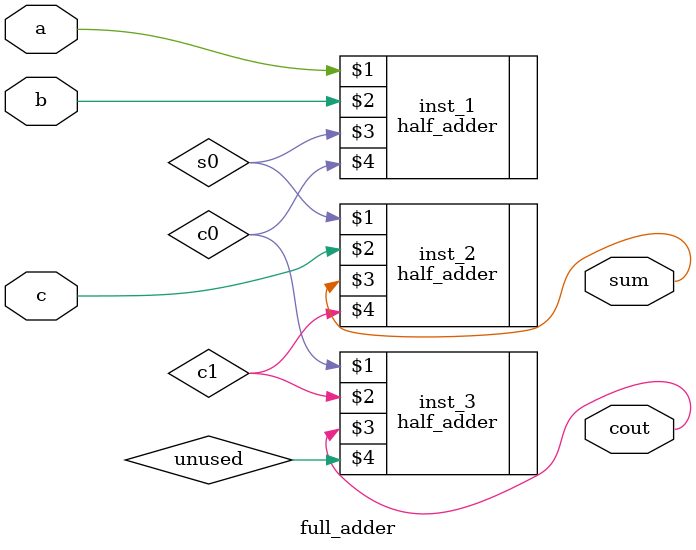
<source format=v>
module full_adder (
     input a, b, c,
	 output sum, cout
	 );
	 half_adder inst_1 (a, b, s0, c0);
	 half_adder inst_2 (s0, c, sum, c1);
	 half_adder inst_3 (c0, c1, cout, unused);
	 
	endmodule
</source>
